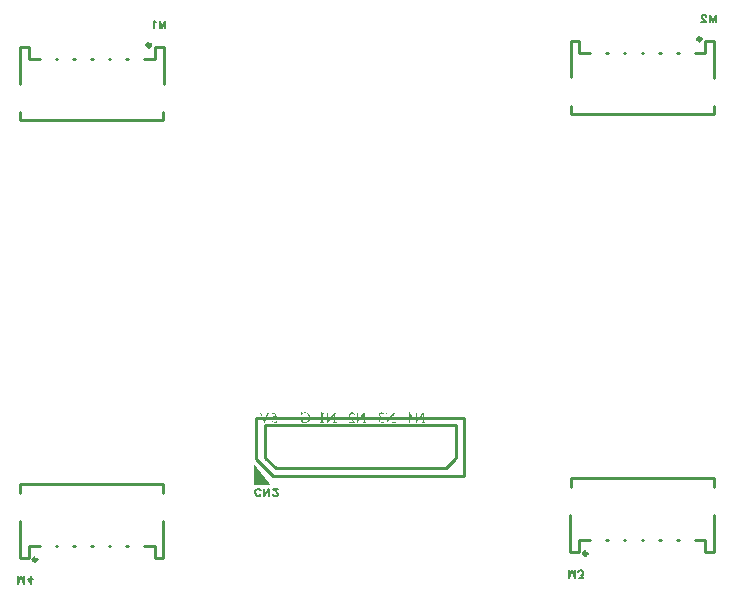
<source format=gbo>
G04 Layer: BottomSilkscreenLayer*
G04 EasyEDA Pro v1.6.32, 2023-12-29 17:47:12*
G04 Gerber Generator version 0.3*
G04 Scale: 100 percent, Rotated: No, Reflected: No*
G04 Dimensions in millimeters*
G04 Leading zeros omitted, absolute positions, 4 integers and 2 decimals*
%FSLAX42Y42*%
%MOMM*%
%ADD10C,0.1524*%
%ADD11C,0.254*%
%ADD12C,0.00508*%
%ADD13C,0.299999*%
G75*


G04 Text Start*
G04 //text: 5V*
G36*
G01X-823Y-253D02*
G01X-824Y-253D01*
G01X-825D01*
G01X-826D01*
G01Y-252D01*
G01Y-251D01*
G01X-827Y-250D01*
G01Y-249D01*
G01Y-248D01*
G01X-828D01*
G01Y-247D01*
G01Y-246D01*
G01Y-245D01*
G01X-829D01*
G01Y-244D01*
G01X-830Y-242D01*
G01Y-241D01*
G01X-831D01*
G01Y-240D01*
G01Y-239D01*
G01Y-238D01*
G01X-832D01*
G01Y-237D01*
G01Y-236D01*
G01X-833Y-235D01*
G01Y-234D01*
G01X-834Y-233D01*
G01Y-231D01*
G01X-835Y-229D01*
G01X-836Y-227D01*
G01Y-226D01*
G01X-837Y-225D01*
G01Y-224D01*
G01X-838Y-223D01*
G01Y-222D01*
G01Y-221D01*
G01X-839D01*
G01Y-220D01*
G01Y-219D01*
G01X-840D01*
G01Y-218D01*
G01Y-217D01*
G01Y-216D01*
G01X-841D01*
G01Y-215D01*
G01Y-214D01*
G01X-842Y-213D01*
G01Y-212D01*
G01Y-211D01*
G01X-843Y-210D01*
G01Y-209D01*
G01X-844D01*
G01Y-208D01*
G01Y-207D01*
G01X-845Y-206D01*
G01Y-205D01*
G01Y-204D01*
G01X-846Y-203D01*
G01Y-202D01*
G01X-847Y-201D01*
G01Y-199D01*
G01X-848Y-198D01*
G01Y-197D01*
G01X-849Y-196D01*
G01Y-195D01*
G01X-850Y-194D01*
G01Y-193D01*
G01Y-192D01*
G01X-851Y-191D01*
G01Y-190D01*
G01X-852Y-189D01*
G01Y-188D01*
G01Y-187D01*
G01X-853D01*
G01Y-186D01*
G01Y-185D01*
G01X-854Y-184D01*
G01Y-183D01*
G01Y-182D01*
G01X-855Y-181D01*
G01Y-180D01*
G01X-856Y-178D01*
G01X-857Y-177D01*
G01Y-176D01*
G01X-858Y-175D01*
G01Y-174D01*
G01X-859Y-173D01*
G01X-860Y-172D01*
G01Y-171D01*
G01X-861D01*
G01X-862Y-170D01*
G01X-863Y-169D01*
G01X-864D01*
G01Y-168D01*
G01X-865D01*
G01X-866D01*
G01X-867D01*
G01X-868Y-167D01*
G01Y-166D01*
G01Y-165D01*
G01X-867D01*
G01X-866D01*
G01X-854D01*
G01X-842D01*
G01Y-166D01*
G01Y-167D01*
G01X-843D01*
G01X-844Y-168D01*
G01X-845D01*
G01X-846D01*
G01X-847Y-169D01*
G01X-848D01*
G01X-849D01*
G01Y-170D01*
G01X-850D01*
G01Y-171D01*
G01Y-172D01*
G01X-851Y-173D01*
G01Y-174D01*
G01Y-175D01*
G01Y-176D01*
G01X-850Y-177D01*
G01Y-178D01*
G01Y-179D01*
G01X-849Y-180D01*
G01Y-181D01*
G01Y-182D01*
G01X-848Y-183D01*
G01Y-184D01*
G01Y-185D01*
G01X-847D01*
G01Y-186D01*
G01Y-187D01*
G01X-846Y-188D01*
G01Y-189D01*
G01X-845Y-190D01*
G01Y-192D01*
G01X-844D01*
G01Y-193D01*
G01Y-194D01*
G01X-843D01*
G01Y-196D01*
G01Y-197D01*
G01X-842D01*
G01Y-198D01*
G01Y-199D01*
G01X-841Y-200D01*
G01Y-201D01*
G01X-840Y-202D01*
G01Y-203D01*
G01Y-204D01*
G01X-839Y-205D01*
G01Y-206D01*
G01X-838Y-207D01*
G01Y-208D01*
G01Y-209D01*
G01X-837D01*
G01Y-210D01*
G01Y-211D01*
G01Y-212D01*
G01X-836D01*
G01Y-213D01*
G01Y-214D01*
G01X-835Y-215D01*
G01Y-216D01*
G01X-834Y-218D01*
G01Y-219D01*
G01X-833Y-220D01*
G01Y-221D01*
G01X-832Y-223D01*
G01X-831Y-225D01*
G01X-830Y-227D01*
G01Y-229D01*
G01X-829Y-230D01*
G01Y-231D01*
G01X-828D01*
G01Y-232D01*
G01X-827D01*
G01Y-231D01*
G01X-826Y-230D01*
G01Y-229D01*
G01X-825D01*
G01Y-227D01*
G01X-824Y-226D01*
G01Y-225D01*
G01Y-224D01*
G01X-823Y-223D01*
G01X-822Y-221D01*
G01Y-220D01*
G01X-821Y-219D01*
G01Y-218D01*
G01Y-217D01*
G01X-820Y-216D01*
G01Y-215D01*
G01X-819Y-214D01*
G01X-818Y-212D01*
G01Y-211D01*
G01X-817Y-210D01*
G01Y-209D01*
G01Y-208D01*
G01X-816Y-207D01*
G01Y-206D01*
G01X-815Y-205D01*
G01Y-203D01*
G01X-814Y-202D01*
G01Y-201D01*
G01X-813Y-200D01*
G01Y-199D01*
G01X-812D01*
G01Y-198D01*
G01Y-197D01*
G01X-811Y-196D01*
G01Y-195D01*
G01Y-194D01*
G01X-810Y-193D01*
G01X-809Y-191D01*
G01Y-190D01*
G01X-808Y-189D01*
G01Y-188D01*
G01Y-187D01*
G01X-807Y-186D01*
G01Y-185D01*
G01X-806Y-184D01*
G01Y-183D01*
G01X-805Y-182D01*
G01Y-181D01*
G01Y-180D01*
G01X-804D01*
G01Y-179D01*
G01Y-178D01*
G01Y-177D01*
G01X-803Y-176D01*
G01Y-175D01*
G01Y-173D01*
G01Y-172D01*
G01Y-171D01*
G01X-804Y-170D01*
G01Y-169D01*
G01X-805D01*
G01X-806D01*
G01X-809Y-168D01*
G01X-810D01*
G01X-811D01*
G01X-812Y-167D01*
G01Y-166D01*
G01Y-165D01*
G01X-809D01*
G01X-795D01*
G01X-777D01*
G01Y-166D01*
G01Y-167D01*
G01X-778D01*
G01X-779Y-168D01*
G01X-781D01*
G01X-782D01*
G01X-783Y-169D01*
G01X-784D01*
G01X-785D01*
G01Y-170D01*
G01X-786D01*
G01Y-171D01*
G01X-787D01*
G01X-788Y-173D01*
G01Y-174D01*
G01X-789D01*
G01Y-175D01*
G01Y-176D01*
G01X-790D01*
G01X-791Y-179D01*
G01Y-180D01*
G01X-792Y-181D01*
G01Y-182D01*
G01X-793Y-184D01*
G01X-794Y-186D01*
G01X-795Y-188D01*
G01Y-189D01*
G01X-796Y-190D01*
G01Y-192D01*
G01X-797D01*
G01Y-193D01*
G01Y-194D01*
G01X-798D01*
G01Y-195D01*
G01Y-196D01*
G01X-799Y-197D01*
G01Y-198D01*
G01X-800Y-199D01*
G01Y-200D01*
G01Y-201D01*
G01X-801Y-202D01*
G01X-802Y-204D01*
G01Y-205D01*
G01X-803Y-206D01*
G01Y-208D01*
G01X-804Y-209D01*
G01Y-210D01*
G01X-805Y-211D01*
G01Y-212D01*
G01X-806Y-214D01*
G01Y-215D01*
G01X-807D01*
G01Y-216D01*
G01X-808Y-217D01*
G01Y-218D01*
G01Y-220D01*
G01X-809D01*
G01Y-221D01*
G01Y-222D01*
G01X-810Y-223D01*
G01Y-224D01*
G01X-811D01*
G01Y-225D01*
G01Y-226D01*
G01X-812Y-227D01*
G01Y-229D01*
G01X-813D01*
G01Y-230D01*
G01Y-231D01*
G01X-814Y-232D01*
G01Y-233D01*
G01X-815Y-235D01*
G01Y-236D01*
G01X-816D01*
G01Y-238D01*
G01X-817D01*
G01Y-239D01*
G01Y-240D01*
G01X-818Y-241D01*
G01Y-242D01*
G01Y-243D01*
G01X-819Y-244D01*
G01Y-245D01*
G01X-820D01*
G01Y-247D01*
G01X-821Y-248D01*
G01Y-249D01*
G01Y-250D01*
G01X-822D01*
G01Y-251D01*
G01X-823Y-252D01*
G01Y-253D01*
G37*
G36*
G01X-727Y-252D02*
G01X-728Y-253D01*
G01X-730D01*
G01X-731D01*
G01X-733D01*
G01X-734Y-252D01*
G01X-735D01*
G01X-737D01*
G01X-738D01*
G01X-739D01*
G01X-740D01*
G01Y-251D01*
G01X-741D01*
G01X-742D01*
G01X-743D01*
G01X-744Y-250D01*
G01X-745D01*
G01X-746D01*
G01X-747Y-249D01*
G01X-749Y-248D01*
G01X-750D01*
G01X-751Y-247D01*
G01X-752Y-246D01*
G01X-753D01*
G01X-754Y-245D01*
G01X-755Y-244D01*
G01Y-243D01*
G01X-756D01*
G01X-757Y-242D01*
G01Y-241D01*
G01X-758D01*
G01Y-240D01*
G01X-759D01*
G01X-760Y-238D01*
G01X-761Y-237D01*
G01Y-236D01*
G01X-762Y-235D01*
G01X-763Y-233D01*
G01X-764Y-232D01*
G01Y-231D01*
G01Y-230D01*
G01X-765Y-229D01*
G01Y-228D01*
G01Y-227D01*
G01Y-226D01*
G01X-766Y-223D01*
G01Y-222D01*
G01Y-221D01*
G01Y-219D01*
G01Y-218D01*
G01Y-217D01*
G01Y-216D01*
G01X-765Y-214D01*
G01Y-212D01*
G01Y-211D01*
G01X-764Y-210D01*
G01Y-209D01*
G01Y-208D01*
G01X-763D01*
G01Y-206D01*
G01X-762D01*
G01Y-205D01*
G01X-761Y-204D01*
G01X-760Y-202D01*
G01X-759D01*
G01Y-201D01*
G01X-758D01*
G01Y-200D01*
G01X-757Y-199D01*
G01X-756Y-198D01*
G01X-755Y-197D01*
G01X-754D01*
G01Y-196D01*
G01X-753D01*
G01X-752Y-195D01*
G01X-751D01*
G01X-750Y-194D01*
G01X-748Y-193D01*
G01X-747Y-192D01*
G01X-746D01*
G01X-744Y-191D01*
G01X-739Y-189D01*
G01X-738D01*
G01X-737D01*
G01X-736Y-188D01*
G01X-735D01*
G01X-734D01*
G01X-732D01*
G01Y-187D01*
G01X-731D01*
G01Y-186D01*
G01X-732D01*
G01Y-185D01*
G01Y-184D01*
G01X-733D01*
G01Y-183D01*
G01Y-182D01*
G01X-734Y-181D01*
G01Y-180D01*
G01X-735Y-179D01*
G01X-736Y-178D01*
G01Y-177D01*
G01Y-176D01*
G01X-737D01*
G01X-745D01*
G01X-750D01*
G01X-762D01*
G01X-763Y-175D01*
G01Y-174D01*
G01Y-173D01*
G01X-764D01*
G01Y-172D01*
G01X-765Y-171D01*
G01Y-170D01*
G01X-766Y-169D01*
G01X-767Y-167D01*
G01Y-166D01*
G01Y-165D01*
G01X-766D01*
G01X-758D01*
G01X-752D01*
G01X-737D01*
G01X-736Y-166D01*
G01X-735Y-167D01*
G01Y-168D01*
G01Y-169D01*
G01X-734Y-170D01*
G01X-733Y-172D01*
G01X-732Y-173D01*
G01Y-174D01*
G01Y-175D01*
G01X-731Y-176D01*
G01Y-177D01*
G01X-730Y-178D01*
G01Y-179D01*
G01X-729D01*
G01Y-180D01*
G01Y-181D01*
G01X-728Y-182D01*
G01Y-183D01*
G01X-727Y-184D01*
G01Y-185D01*
G01X-726Y-187D01*
G01X-725Y-188D01*
G01X-724Y-190D01*
G01Y-191D01*
G01X-723Y-192D01*
G01Y-193D01*
G01X-722Y-194D01*
G01Y-195D01*
G01X-721Y-196D01*
G01Y-197D01*
G01Y-198D01*
G01X-720D01*
G01X-721D01*
G01Y-199D01*
G01X-722D01*
G01X-724D01*
G01X-725D01*
G01X-726D01*
G01X-727D01*
G01X-728D01*
G01X-729D01*
G01X-730Y-200D01*
G01X-732D01*
G01X-733D01*
G01X-734D01*
G01X-736Y-201D01*
G01X-737D01*
G01X-738D01*
G01X-739Y-202D01*
G01X-740D01*
G01X-741Y-203D01*
G01X-742D01*
G01X-743Y-204D01*
G01X-745Y-205D01*
G01X-746D01*
G01X-747Y-206D01*
G01X-748Y-207D01*
G01Y-208D01*
G01X-749D01*
G01X-750Y-209D01*
G01X-751Y-210D01*
G01X-752Y-211D01*
G01X-753Y-212D01*
G01Y-213D01*
G01X-754D01*
G01Y-214D01*
G01X-755Y-215D01*
G01Y-216D01*
G01X-756Y-218D01*
G01Y-219D01*
G01X-757Y-220D01*
G01Y-222D01*
G01Y-223D01*
G01Y-225D01*
G01X-758Y-226D01*
G01Y-227D01*
G01Y-228D01*
G01Y-229D01*
G01X-757Y-230D01*
G01Y-231D01*
G01Y-232D01*
G01Y-233D01*
G01X-756Y-235D01*
G01X-755Y-236D01*
G01Y-237D01*
G01X-754Y-239D01*
G01X-753D01*
G01Y-240D01*
G01X-752D01*
G01X-751Y-241D01*
G01Y-242D01*
G01X-750D01*
G01X-749Y-243D01*
G01X-748D01*
G01X-747Y-244D01*
G01X-746D01*
G01Y-245D01*
G01X-745D01*
G01X-743D01*
G01X-742D01*
G01X-741Y-246D01*
G01X-740D01*
G01X-739D01*
G01X-738D01*
G01X-737D01*
G01X-736D01*
G01X-735Y-245D01*
G01X-734D01*
G01X-733D01*
G01X-732Y-244D01*
G01X-731D01*
G01X-730Y-243D01*
G01X-728Y-242D01*
G01Y-241D01*
G01X-726D01*
G01X-725Y-240D01*
G01X-724D01*
G01X-722D01*
G01X-721D01*
G01X-720D01*
G01X-719Y-241D01*
G01X-718Y-242D01*
G01Y-243D01*
G01X-717Y-244D01*
G01Y-245D01*
G01X-718Y-246D01*
G01Y-247D01*
G01X-719Y-248D01*
G01X-720Y-249D01*
G01X-721Y-250D01*
G01X-722Y-251D01*
G01X-723D01*
G01X-724Y-252D01*
G01X-725D01*
G01X-727D01*
G37*
G04 //text: G*
G36*
G01X-480Y-253D02*
G01X-480Y-253D01*
G01X-482D01*
G01X-484D01*
G01X-488D01*
G01X-489D01*
G01X-490D01*
G01X-492D01*
G01X-493D01*
G01X-494D01*
G01Y-252D01*
G01X-495D01*
G01X-496D01*
G01X-497D01*
G01X-498D01*
G01Y-251D01*
G01X-500D01*
G01X-501D01*
G01X-502Y-250D01*
G01X-504D01*
G01X-505D01*
G01X-506Y-249D01*
G01X-507D01*
G01X-508Y-248D01*
G01X-509D01*
G01X-510Y-247D01*
G01X-511D01*
G01X-512D01*
G01Y-246D01*
G01X-513D01*
G01X-514Y-245D01*
G01Y-244D01*
G01Y-243D01*
G01Y-230D01*
G01Y-216D01*
G01Y-215D01*
G01Y-214D01*
G01X-515Y-212D01*
G01Y-211D01*
G01Y-210D01*
G01Y-209D01*
G01X-516D01*
G01X-518Y-207D01*
G01X-519D01*
G01X-520D01*
G01X-521D01*
G01X-523D01*
G01Y-206D01*
G01X-524D01*
G01Y-205D01*
G01Y-204D01*
G01X-523D01*
G01X-521D01*
G01X-506D01*
G01X-490D01*
G01Y-205D01*
G01Y-206D01*
G01X-491D01*
G01X-492D01*
G01X-494Y-207D01*
G01X-495D01*
G01X-496D01*
G01X-497D01*
G01Y-208D01*
G01X-498D01*
G01X-499D01*
G01Y-209D01*
G01X-500D01*
G01Y-210D01*
G01X-501Y-212D01*
G01Y-213D01*
G01Y-214D01*
G01Y-215D01*
G01X-502Y-229D01*
G01Y-244D01*
G01X-501D01*
G01X-500Y-245D01*
G01X-499D01*
G01X-498Y-246D01*
G01X-497D01*
G01X-496D01*
G01X-495Y-247D01*
G01X-493D01*
G01X-490Y-248D01*
G01X-489D01*
G01X-488D01*
G01X-486D01*
G01X-485D01*
G01X-484Y-249D01*
G01X-483D01*
G01X-482D01*
G01X-481Y-248D01*
G01X-480D01*
G01X-479D01*
G01X-478D01*
G01X-476Y-247D01*
G01X-474D01*
G01X-473Y-246D01*
G01X-472D01*
G01X-471D01*
G01X-470Y-245D01*
G01X-469Y-244D01*
G01X-467D01*
G01X-466Y-243D01*
G01X-465Y-241D01*
G01X-464D01*
G01Y-240D01*
G01X-463D01*
G01X-462Y-239D01*
G01X-458Y-234D01*
G01Y-233D01*
G01X-457Y-232D01*
G01Y-231D01*
G01X-456Y-230D01*
G01Y-229D01*
G01X-455Y-227D01*
G01X-454Y-226D01*
G01Y-225D01*
G01Y-224D01*
G01X-453Y-223D01*
G01Y-222D01*
G01Y-221D01*
G01Y-220D01*
G01X-452Y-219D01*
G01Y-218D01*
G01Y-217D01*
G01Y-215D01*
G01X-451Y-214D01*
G01Y-213D01*
G01Y-212D01*
G01Y-205D01*
G01Y-200D01*
G01Y-199D01*
G01Y-198D01*
G01Y-197D01*
G01X-452D01*
G01Y-196D01*
G01Y-195D01*
G01Y-194D01*
G01Y-193D01*
G01X-454Y-188D01*
G01Y-187D01*
G01X-455D01*
G01Y-186D01*
G01Y-185D01*
G01X-456D01*
G01Y-184D01*
G01Y-183D01*
G01X-457Y-182D01*
G01Y-181D01*
G01X-458D01*
G01Y-180D01*
G01X-459D01*
G01Y-178D01*
G01X-461Y-177D01*
G01Y-176D01*
G01X-462D01*
G01Y-175D01*
G01X-463Y-174D01*
G01X-464D01*
G01Y-173D01*
G01X-465D01*
G01X-466Y-172D01*
G01X-468Y-171D01*
G01X-469D01*
G01X-470Y-170D01*
G01X-472Y-169D01*
G01X-473D01*
G01X-474D01*
G01X-476Y-168D01*
G01X-477D01*
G01X-478D01*
G01X-479D01*
G01X-482D01*
G01X-483D01*
G01X-487D01*
G01X-488D01*
G01X-489D01*
G01X-491D01*
G01X-492Y-169D01*
G01X-494D01*
G01X-495D01*
G01X-496Y-170D01*
G01X-497Y-171D01*
G01X-499Y-172D01*
G01X-500D01*
G01X-501Y-173D01*
G01X-502Y-174D01*
G01X-503Y-175D01*
G01X-504Y-176D01*
G01Y-177D01*
G01X-505D01*
G01Y-178D01*
G01X-506Y-179D01*
G01X-507Y-181D01*
G01X-508Y-182D01*
G01Y-183D01*
G01X-509Y-184D01*
G01Y-185D01*
G01X-510Y-186D01*
G01Y-188D01*
G01X-511D01*
G01Y-189D01*
G01Y-190D01*
G01X-512D01*
G01X-513D01*
G01X-514Y-189D01*
G01Y-188D01*
G01X-513Y-187D01*
G01Y-184D01*
G01Y-183D01*
G01Y-182D01*
G01Y-181D01*
G01Y-179D01*
G01Y-178D01*
G01Y-176D01*
G01Y-175D01*
G01X-512Y-174D01*
G01Y-173D01*
G01Y-172D01*
G01Y-170D01*
G01Y-169D01*
G01Y-168D01*
G01Y-166D01*
G01Y-165D01*
G01Y-164D01*
G01X-511Y-163D01*
G01X-510D01*
G01X-509D01*
G01Y-164D01*
G01Y-165D01*
G01X-508Y-166D01*
G01Y-167D01*
G01X-507Y-168D01*
G01X-506D01*
G01X-505D01*
G01X-504D01*
G01X-503D01*
G01X-502Y-167D01*
G01X-500D01*
G01X-498Y-166D01*
G01X-497D01*
G01X-496Y-165D01*
G01X-495D01*
G01X-494D01*
G01X-492Y-164D01*
G01X-491D01*
G01X-490D01*
G01X-489Y-163D01*
G01X-488D01*
G01X-487D01*
G01X-486D01*
G01X-485D01*
G01X-484D01*
G01X-483D01*
G01X-482D01*
G01X-480D01*
G01X-479D01*
G01X-478D01*
G01X-474D01*
G01X-473D01*
G01X-471Y-164D01*
G01X-470D01*
G01X-468Y-165D01*
G01X-467D01*
G01X-466D01*
G01Y-166D01*
G01X-465D01*
G01X-464D01*
G01X-463Y-167D01*
G01X-461D01*
G01Y-168D01*
G01X-460D01*
G01X-458Y-169D01*
G01Y-170D01*
G01X-457D01*
G01X-456Y-171D01*
G01X-454Y-172D01*
G01Y-173D01*
G01X-453D01*
G01Y-174D01*
G01X-452D01*
G01X-451Y-175D01*
G01X-450Y-176D01*
G01X-449Y-177D01*
G01X-448Y-178D01*
G01X-446Y-180D01*
G01X-445Y-182D01*
G01Y-183D01*
G01X-444D01*
G01Y-184D01*
G01X-442Y-187D01*
G01X-441Y-188D01*
G01Y-189D01*
G01Y-190D01*
G01X-440Y-191D01*
G01Y-192D01*
G01X-439Y-193D01*
G01Y-194D01*
G01X-438Y-195D01*
G01Y-196D01*
G01Y-197D01*
G01Y-198D01*
G01X-437Y-199D01*
G01Y-200D01*
G01Y-201D01*
G01Y-202D01*
G01Y-203D01*
G01X-436Y-205D01*
G01Y-206D01*
G01Y-207D01*
G01Y-208D01*
G01Y-210D01*
G01Y-213D01*
G01Y-214D01*
G01Y-215D01*
G01X-437Y-217D01*
G01Y-218D01*
G01Y-219D01*
G01Y-220D01*
G01X-438Y-221D01*
G01Y-222D01*
G01Y-223D01*
G01Y-224D01*
G01X-439Y-225D01*
G01X-440Y-227D01*
G01Y-228D01*
G01Y-229D01*
G01X-441D01*
G01Y-231D01*
G01X-442D01*
G01Y-232D01*
G01X-443Y-233D01*
G01Y-234D01*
G01X-444D01*
G01Y-235D01*
G01X-445D01*
G01Y-236D01*
G01X-446Y-237D01*
G01Y-238D01*
G01X-447D01*
G01X-448Y-239D01*
G01Y-240D01*
G01X-449D01*
G01Y-241D01*
G01X-450D01*
G01Y-242D01*
G01X-451D01*
G01X-452Y-243D01*
G01X-453Y-244D01*
G01X-454Y-245D01*
G01X-456Y-246D01*
G01X-457D01*
G01Y-247D01*
G01X-461Y-248D01*
G01X-462Y-249D01*
G01X-464Y-250D01*
G01X-466Y-251D01*
G01X-467D01*
G01X-468D01*
G01X-470D01*
G01X-471Y-252D01*
G01X-472D01*
G01X-473D01*
G01X-474D01*
G01X-475D01*
G01X-476Y-253D01*
G01X-478D01*
G01X-479D01*
G01X-480D01*
G37*
G04 //text: N1*
G36*
G01X-288Y-252D02*
G01X-288Y-252D01*
G01X-289Y-253D01*
G01X-290D01*
G01Y-252D01*
G01X-291D01*
G01Y-251D01*
G01Y-214D01*
G01Y-177D01*
G01Y-176D01*
G01Y-175D01*
G01Y-174D01*
G01Y-173D01*
G01X-292Y-172D01*
G01Y-171D01*
G01Y-170D01*
G01X-293D01*
G01X-294Y-169D01*
G01X-295Y-168D01*
G01X-296D01*
G01X-297D01*
G01X-298D01*
G01X-299Y-167D01*
G01X-300D01*
G01X-301D01*
G01X-303D01*
G01Y-166D01*
G01Y-165D01*
G01X-302D01*
G01X-301D01*
G01X-287D01*
G01X-273D01*
G01Y-166D01*
G01Y-167D01*
G01X-274D01*
G01X-277D01*
G01X-278D01*
G01X-279Y-168D01*
G01X-280D01*
G01X-281D01*
G01X-282Y-169D01*
G01X-283D01*
G01X-284Y-170D01*
G01Y-171D01*
G01Y-172D01*
G01X-285Y-174D01*
G01Y-187D01*
G01Y-201D01*
G01Y-227D01*
G01Y-228D01*
G01X-284D01*
G01X-283Y-227D01*
G01Y-226D01*
G01X-282Y-225D01*
G01X-281Y-224D01*
G01X-280Y-223D01*
G01Y-222D01*
G01X-279D01*
G01X-278Y-221D01*
G01Y-220D01*
G01X-277D01*
G01Y-219D01*
G01X-276D01*
G01Y-218D01*
G01X-275Y-217D01*
G01Y-216D01*
G01X-274D01*
G01Y-215D01*
G01X-273D01*
G01Y-214D01*
G01X-272Y-213D01*
G01X-271Y-212D01*
G01Y-211D01*
G01X-270D01*
G01Y-210D01*
G01X-269D01*
G01Y-209D01*
G01X-268D01*
G01Y-208D01*
G01X-267Y-207D01*
G01X-266Y-206D01*
G01Y-205D01*
G01X-265D01*
G01Y-204D01*
G01X-264D01*
G01Y-203D01*
G01X-263Y-202D01*
G01X-262Y-201D01*
G01Y-200D01*
G01X-261D01*
G01Y-199D01*
G01X-260D01*
G01X-258Y-196D01*
G01X-257Y-195D01*
G01Y-194D01*
G01X-256D01*
G01Y-193D01*
G01X-255D01*
G01Y-192D01*
G01X-254Y-191D01*
G01X-253Y-190D01*
G01Y-189D01*
G01X-252Y-188D01*
G01X-251Y-187D01*
G01X-250D01*
G01Y-186D01*
G01X-249Y-185D01*
G01X-248Y-184D01*
G01Y-183D01*
G01X-247D01*
G01Y-182D01*
G01X-246D01*
G01Y-181D01*
G01X-245Y-180D01*
G01Y-179D01*
G01X-244D01*
G01Y-178D01*
G01X-243D01*
G01X-242Y-177D01*
G01Y-176D01*
G01X-241Y-175D01*
G01X-240Y-174D01*
G01Y-173D01*
G01X-239D01*
G01Y-172D01*
G01X-238D01*
G01Y-171D01*
G01X-237D01*
G01Y-170D01*
G01X-236D01*
G01Y-169D01*
G01X-235Y-168D01*
G01Y-167D01*
G01X-234D01*
G01Y-166D01*
G01X-233D01*
G01Y-165D01*
G01X-232D01*
G01X-230D01*
G01X-222D01*
G01X-212D01*
G01Y-168D01*
G01X-213D01*
G01X-214D01*
G01X-215D01*
G01X-216D01*
G01X-217Y-169D01*
G01X-218D01*
G01X-219D01*
G01X-220Y-170D01*
G01X-221D01*
G01Y-171D01*
G01X-222Y-172D01*
G01X-223D01*
G01Y-173D01*
G01X-224Y-174D01*
G01X-225Y-175D01*
G01X-226Y-176D01*
G01Y-177D01*
G01Y-205D01*
G01Y-209D01*
G01Y-241D01*
G01Y-242D01*
G01Y-243D01*
G01X-225Y-244D01*
G01Y-245D01*
G01Y-246D01*
G01X-224D01*
G01X-223Y-247D01*
G01X-222D01*
G01Y-248D01*
G01X-221D01*
G01X-220D01*
G01X-219D01*
G01X-218D01*
G01Y-249D01*
G01X-217D01*
G01X-216D01*
G01X-215D01*
G01X-214D01*
G01Y-250D01*
G01Y-251D01*
G01X-215D01*
G01X-216D01*
G01X-230D01*
G01X-244D01*
G01Y-249D01*
G01X-242D01*
G01X-240D01*
G01X-239D01*
G01X-238Y-248D01*
G01X-237D01*
G01X-236D01*
G01Y-247D01*
G01X-235D01*
G01X-234D01*
G01Y-246D01*
G01X-233D01*
G01Y-245D01*
G01Y-244D01*
G01Y-243D01*
G01X-232Y-242D01*
G01Y-241D01*
G01Y-239D01*
G01Y-237D01*
G01Y-236D01*
G01Y-231D01*
G01Y-209D01*
G01Y-186D01*
G01Y-185D01*
G01Y-184D01*
G01X-233D01*
G01Y-185D01*
G01X-234Y-186D01*
G01X-235D01*
G01Y-187D01*
G01Y-188D01*
G01X-236D01*
G01Y-189D01*
G01X-237D01*
G01Y-190D01*
G01X-238D01*
G01Y-191D01*
G01X-239Y-192D01*
G01X-240Y-193D01*
G01X-241Y-194D01*
G01X-242Y-196D01*
G01X-243Y-197D01*
G01X-244Y-198D01*
G01Y-199D01*
G01X-245D01*
G01Y-200D01*
G01X-246D01*
G01Y-201D01*
G01X-247D01*
G01Y-202D01*
G01X-248D01*
G01Y-203D01*
G01Y-204D01*
G01X-249D01*
G01Y-205D01*
G01X-250D01*
G01Y-206D01*
G01X-251D01*
G01Y-207D01*
G01X-252D01*
G01Y-208D01*
G01X-253D01*
G01Y-209D01*
G01X-254Y-210D01*
G01X-255Y-211D01*
G01Y-212D01*
G01X-256D01*
G01Y-213D01*
G01X-257Y-214D01*
G01X-258D01*
G01Y-215D01*
G01Y-216D01*
G01X-259D01*
G01Y-217D01*
G01X-260D01*
G01Y-218D01*
G01X-261Y-219D01*
G01X-262Y-220D01*
G01X-263Y-221D01*
G01X-264Y-222D01*
G01Y-223D01*
G01X-265D01*
G01Y-224D01*
G01X-266Y-225D01*
G01X-267D01*
G01Y-226D01*
G01Y-227D01*
G01X-268D01*
G01X-269Y-228D01*
G01Y-229D01*
G01X-270D01*
G01Y-230D01*
G01X-271Y-231D01*
G01X-272Y-232D01*
G01Y-233D01*
G01X-273D01*
G01Y-234D01*
G01X-274D01*
G01Y-235D01*
G01X-275Y-236D01*
G01X-276Y-237D01*
G01Y-238D01*
G01X-277D01*
G01Y-239D01*
G01X-278D01*
G01Y-240D01*
G01X-279D01*
G01Y-241D01*
G01X-280Y-242D01*
G01X-281Y-243D01*
G01Y-244D01*
G01X-282D01*
G01Y-245D01*
G01X-283D01*
G01Y-246D01*
G01X-284D01*
G01Y-247D01*
G01X-285Y-248D01*
G01Y-249D01*
G01X-286D01*
G01X-287Y-250D01*
G01Y-251D01*
G01X-288Y-252D01*
G37*
G36*
G01X-322Y-250D02*
G01X-322Y-251D01*
G01X-354D01*
G01Y-250D01*
G01Y-249D01*
G01X-353D01*
G01X-352D01*
G01X-351Y-248D01*
G01X-349D01*
G01X-348D01*
G01X-347D01*
G01X-346Y-247D01*
G01X-345D01*
G01Y-246D01*
G01X-344D01*
G01Y-245D01*
G01Y-244D01*
G01Y-243D01*
G01Y-203D01*
G01X-343Y-166D01*
G01Y-164D01*
G01Y-163D01*
G01X-342D01*
G01X-341D01*
G01X-340D01*
G01X-339Y-164D01*
G01X-338Y-165D01*
G01X-337D01*
G01X-336Y-166D01*
G01X-334D01*
G01Y-167D01*
G01X-333D01*
G01X-331Y-168D01*
G01X-330D01*
G01Y-169D01*
G01X-329D01*
G01X-328D01*
G01Y-170D01*
G01X-327D01*
G01X-325Y-171D01*
G01X-324D01*
G01X-322Y-172D01*
G01X-321Y-173D01*
G01Y-174D01*
G01X-320D01*
G01X-321D01*
G01Y-175D01*
G01X-322D01*
G01X-323D01*
G01X-324Y-174D01*
G01X-325D01*
G01X-326D01*
G01X-327D01*
G01X-328D01*
G01X-329D01*
G01X-330D01*
G01X-331Y-175D01*
G01Y-176D01*
G01X-332D01*
G01Y-177D01*
G01Y-178D01*
G01Y-179D01*
G01Y-180D01*
G01Y-181D01*
G01X-333Y-201D01*
G01Y-212D01*
G01X-332Y-243D01*
G01Y-244D01*
G01Y-245D01*
G01Y-246D01*
G01X-331D01*
G01Y-247D01*
G01X-330D01*
G01X-329Y-248D01*
G01X-328D01*
G01X-327D01*
G01X-326D01*
G01X-324D01*
G01X-322Y-249D01*
G01Y-250D01*
G37*
G04 //text: N2*
G36*
G01X-38Y-252D02*
G01X-38Y-252D01*
G01X-39Y-253D01*
G01X-40D01*
G01Y-252D01*
G01X-41D01*
G01Y-251D01*
G01Y-214D01*
G01Y-177D01*
G01Y-176D01*
G01Y-175D01*
G01Y-174D01*
G01Y-173D01*
G01X-42Y-172D01*
G01Y-171D01*
G01Y-170D01*
G01X-43D01*
G01X-44Y-169D01*
G01X-45Y-168D01*
G01X-46D01*
G01X-47D01*
G01X-48D01*
G01X-49Y-167D01*
G01X-50D01*
G01X-51D01*
G01X-53D01*
G01Y-166D01*
G01Y-165D01*
G01X-52D01*
G01X-51D01*
G01X-37D01*
G01X-23D01*
G01Y-166D01*
G01Y-167D01*
G01X-24D01*
G01X-27D01*
G01X-28D01*
G01X-29Y-168D01*
G01X-30D01*
G01X-31D01*
G01X-32Y-169D01*
G01X-33D01*
G01X-34Y-170D01*
G01Y-171D01*
G01Y-172D01*
G01X-35Y-174D01*
G01Y-187D01*
G01Y-201D01*
G01Y-227D01*
G01Y-228D01*
G01X-34D01*
G01X-33Y-227D01*
G01Y-226D01*
G01X-32Y-225D01*
G01X-31Y-224D01*
G01X-30Y-223D01*
G01Y-222D01*
G01X-29D01*
G01X-28Y-221D01*
G01Y-220D01*
G01X-27D01*
G01Y-219D01*
G01X-26D01*
G01Y-218D01*
G01X-25Y-217D01*
G01Y-216D01*
G01X-24D01*
G01Y-215D01*
G01X-23D01*
G01Y-214D01*
G01X-22Y-213D01*
G01X-21Y-212D01*
G01Y-211D01*
G01X-20D01*
G01Y-210D01*
G01X-19D01*
G01Y-209D01*
G01X-18D01*
G01Y-208D01*
G01X-17Y-207D01*
G01X-16Y-206D01*
G01Y-205D01*
G01X-15D01*
G01Y-204D01*
G01X-14D01*
G01Y-203D01*
G01X-13Y-202D01*
G01X-12Y-201D01*
G01Y-200D01*
G01X-11D01*
G01Y-199D01*
G01X-10D01*
G01X-8Y-196D01*
G01X-7Y-195D01*
G01Y-194D01*
G01X-6D01*
G01Y-193D01*
G01X-5D01*
G01Y-192D01*
G01X-4Y-191D01*
G01X-3Y-190D01*
G01Y-189D01*
G01X-2Y-188D01*
G01X-1Y-187D01*
G01X-0D01*
G01X0Y-186D01*
G01X1Y-185D01*
G01X2Y-184D01*
G01Y-183D01*
G01X3D01*
G01Y-182D01*
G01X4D01*
G01Y-181D01*
G01X5Y-180D01*
G01Y-179D01*
G01X6D01*
G01Y-178D01*
G01X7D01*
G01X8Y-177D01*
G01Y-176D01*
G01X9Y-175D01*
G01X10Y-174D01*
G01Y-173D01*
G01X11D01*
G01Y-172D01*
G01X12D01*
G01Y-171D01*
G01X13D01*
G01Y-170D01*
G01X14D01*
G01Y-169D01*
G01X15Y-168D01*
G01Y-167D01*
G01X16D01*
G01Y-166D01*
G01X17D01*
G01Y-165D01*
G01X18D01*
G01X20D01*
G01X28D01*
G01X38D01*
G01Y-168D01*
G01X37D01*
G01X36D01*
G01X35D01*
G01X34D01*
G01X33Y-169D01*
G01X32D01*
G01X31D01*
G01X30Y-170D01*
G01X29D01*
G01Y-171D01*
G01X28Y-172D01*
G01X27D01*
G01Y-173D01*
G01X26Y-174D01*
G01X25Y-175D01*
G01X24Y-176D01*
G01Y-177D01*
G01Y-205D01*
G01Y-209D01*
G01Y-241D01*
G01Y-242D01*
G01Y-243D01*
G01X25Y-244D01*
G01Y-245D01*
G01Y-246D01*
G01X26D01*
G01X27Y-247D01*
G01X28D01*
G01Y-248D01*
G01X29D01*
G01X30D01*
G01X31D01*
G01X32D01*
G01Y-249D01*
G01X33D01*
G01X34D01*
G01X35D01*
G01X36D01*
G01Y-250D01*
G01Y-251D01*
G01X35D01*
G01X34D01*
G01X20D01*
G01X6D01*
G01Y-249D01*
G01X8D01*
G01X10D01*
G01X11D01*
G01X12Y-248D01*
G01X13D01*
G01X14D01*
G01Y-247D01*
G01X15D01*
G01X16D01*
G01Y-246D01*
G01X17D01*
G01Y-245D01*
G01Y-244D01*
G01Y-243D01*
G01X18Y-242D01*
G01Y-241D01*
G01Y-239D01*
G01Y-237D01*
G01Y-236D01*
G01Y-231D01*
G01Y-209D01*
G01Y-186D01*
G01Y-185D01*
G01Y-184D01*
G01X17D01*
G01Y-185D01*
G01X16Y-186D01*
G01X15D01*
G01Y-187D01*
G01Y-188D01*
G01X14D01*
G01Y-189D01*
G01X13D01*
G01Y-190D01*
G01X12D01*
G01Y-191D01*
G01X11Y-192D01*
G01X10Y-193D01*
G01X9Y-194D01*
G01X8Y-196D01*
G01X7Y-197D01*
G01X6Y-198D01*
G01Y-199D01*
G01X5D01*
G01Y-200D01*
G01X4D01*
G01Y-201D01*
G01X3D01*
G01Y-202D01*
G01X2D01*
G01Y-203D01*
G01Y-204D01*
G01X1D01*
G01Y-205D01*
G01X-0D01*
G01Y-206D01*
G01X-1D01*
G01Y-207D01*
G01X-2D01*
G01Y-208D01*
G01X-3D01*
G01Y-209D01*
G01X-4Y-210D01*
G01X-5Y-211D01*
G01Y-212D01*
G01X-6D01*
G01Y-213D01*
G01X-7Y-214D01*
G01X-8D01*
G01Y-215D01*
G01Y-216D01*
G01X-9D01*
G01Y-217D01*
G01X-10D01*
G01Y-218D01*
G01X-11Y-219D01*
G01X-12Y-220D01*
G01X-13Y-221D01*
G01X-14Y-222D01*
G01Y-223D01*
G01X-15D01*
G01Y-224D01*
G01X-16Y-225D01*
G01X-17D01*
G01Y-226D01*
G01Y-227D01*
G01X-18D01*
G01X-19Y-228D01*
G01Y-229D01*
G01X-20D01*
G01Y-230D01*
G01X-21Y-231D01*
G01X-22Y-232D01*
G01Y-233D01*
G01X-23D01*
G01Y-234D01*
G01X-24D01*
G01Y-235D01*
G01X-25Y-236D01*
G01X-26Y-237D01*
G01Y-238D01*
G01X-27D01*
G01Y-239D01*
G01X-28D01*
G01Y-240D01*
G01X-29D01*
G01Y-241D01*
G01X-30Y-242D01*
G01X-31Y-243D01*
G01Y-244D01*
G01X-32D01*
G01Y-245D01*
G01X-33D01*
G01Y-246D01*
G01X-34D01*
G01Y-247D01*
G01X-35Y-248D01*
G01Y-249D01*
G01X-36D01*
G01X-37Y-250D01*
G01Y-251D01*
G01X-38Y-252D01*
G37*
G36*
G01X-58Y-250D02*
G01X-58Y-251D01*
G01X-109D01*
G01Y-250D01*
G01Y-249D01*
G01X-110Y-248D01*
G01Y-247D01*
G01Y-246D01*
G01Y-245D01*
G01X-111D01*
G01Y-244D01*
G01Y-243D01*
G01X-112Y-242D01*
G01Y-241D01*
G01Y-240D01*
G01X-113Y-238D01*
G01X-114Y-237D01*
G01Y-235D01*
G01Y-234D01*
G01X-113D01*
G01X-112D01*
G01Y-235D01*
G01X-111Y-236D01*
G01X-110Y-237D01*
G01Y-238D01*
G01X-109D01*
G01Y-239D01*
G01X-108D01*
G01X-107Y-240D01*
G01X-106D01*
G01X-105D01*
G01X-104Y-241D01*
G01X-103D01*
G01X-102D01*
G01X-101D01*
G01X-86D01*
G01X-75D01*
G01X-74D01*
G01X-73D01*
G01X-72D01*
G01X-73Y-240D01*
G01X-74Y-239D01*
G01X-75Y-238D01*
G01X-76Y-237D01*
G01X-77Y-236D01*
G01Y-235D01*
G01X-78D01*
G01X-79Y-234D01*
G01Y-233D01*
G01X-80D01*
G01X-81Y-232D01*
G01X-82Y-231D01*
G01Y-230D01*
G01X-83Y-229D01*
G01X-84Y-228D01*
G01X-85Y-227D01*
G01X-86Y-226D01*
G01X-87Y-225D01*
G01X-88Y-224D01*
G01Y-223D01*
G01X-89D01*
G01Y-222D01*
G01X-90D01*
G01Y-221D01*
G01X-91Y-220D01*
G01X-92D01*
G01Y-219D01*
G01X-93D01*
G01Y-218D01*
G01X-94Y-217D01*
G01Y-216D01*
G01X-95D01*
G01X-96Y-215D01*
G01Y-214D01*
G01X-97D01*
G01Y-213D01*
G01X-98Y-212D01*
G01X-99Y-211D01*
G01X-101Y-208D01*
G01Y-207D01*
G01X-102Y-206D01*
G01X-104Y-204D01*
G01Y-202D01*
G01X-105Y-201D01*
G01X-106Y-200D01*
G01Y-199D01*
G01Y-198D01*
G01X-107Y-197D01*
G01Y-196D01*
G01X-108Y-194D01*
G01Y-193D01*
G01Y-192D01*
G01X-109D01*
G01Y-191D01*
G01Y-190D01*
G01Y-189D01*
G01Y-188D01*
G01Y-187D01*
G01Y-185D01*
G01Y-184D01*
G01Y-183D01*
G01Y-182D01*
G01Y-180D01*
G01X-108Y-178D01*
G01Y-177D01*
G01X-107D01*
G01Y-176D01*
G01X-106Y-175D01*
G01X-105Y-174D01*
G01Y-173D01*
G01X-104Y-172D01*
G01X-103Y-171D01*
G01X-102Y-170D01*
G01Y-169D01*
G01X-101D01*
G01X-100D01*
G01Y-168D01*
G01X-99Y-167D01*
G01X-98D01*
G01X-97Y-166D01*
G01X-96D01*
G01X-95Y-165D01*
G01X-94D01*
G01X-93Y-164D01*
G01X-92D01*
G01X-91D01*
G01X-90D01*
G01X-89D01*
G01X-88Y-163D01*
G01X-87D01*
G01X-84D01*
G01X-82D01*
G01X-81D01*
G01X-80Y-164D01*
G01X-78D01*
G01X-75Y-165D01*
G01X-74D01*
G01X-73Y-166D01*
G01X-72Y-167D01*
G01X-71D01*
G01Y-168D01*
G01X-69Y-169D01*
G01X-68D01*
G01Y-170D01*
G01X-67D01*
G01Y-171D01*
G01X-66Y-172D01*
G01X-65Y-173D01*
G01Y-174D01*
G01Y-175D01*
G01X-64D01*
G01Y-176D01*
G01X-63Y-177D01*
G01Y-178D01*
G01X-62D01*
G01Y-179D01*
G01Y-180D01*
G01Y-181D01*
G01X-61D01*
G01Y-182D01*
G01Y-183D01*
G01Y-185D01*
G01Y-187D01*
G01X-60D01*
G01X-61Y-188D01*
G01X-62D01*
G01Y-187D01*
G01X-63D01*
G01Y-186D01*
G01X-64Y-185D01*
G01Y-184D01*
G01X-65Y-183D01*
G01Y-182D01*
G01X-66Y-181D01*
G01Y-180D01*
G01X-67Y-179D01*
G01X-68D01*
G01Y-178D01*
G01X-69D01*
G01Y-177D01*
G01X-70D01*
G01X-72Y-175D01*
G01X-73D01*
G01X-75Y-174D01*
G01X-76D01*
G01X-77D01*
G01Y-173D01*
G01X-78D01*
G01X-79D01*
G01X-80D01*
G01X-82D01*
G01X-84D01*
G01X-85D01*
G01X-87Y-174D01*
G01X-88D01*
G01Y-175D01*
G01X-91Y-176D01*
G01X-92Y-177D01*
G01X-93D01*
G01Y-178D01*
G01X-94Y-179D01*
G01Y-180D01*
G01X-95D01*
G01Y-181D01*
G01X-96D01*
G01Y-182D01*
G01X-97Y-183D01*
G01Y-184D01*
G01Y-185D01*
G01X-98Y-187D01*
G01Y-189D01*
G01Y-191D01*
G01Y-192D01*
G01Y-193D01*
G01Y-195D01*
G01Y-196D01*
G01Y-197D01*
G01Y-198D01*
G01X-97Y-201D01*
G01X-96Y-202D01*
G01Y-203D01*
G01Y-204D01*
G01X-95D01*
G01Y-205D01*
G01Y-206D01*
G01X-94Y-207D01*
G01Y-208D01*
G01X-93Y-209D01*
G01Y-210D01*
G01X-92Y-211D01*
G01Y-212D01*
G01X-91Y-213D01*
G01X-90Y-215D01*
G01X-89Y-216D01*
G01X-88Y-217D01*
G01X-87Y-218D01*
G01X-83Y-223D01*
G01Y-224D01*
G01X-82D01*
G01X-81Y-225D01*
G01Y-226D01*
G01X-80D01*
G01Y-227D01*
G01X-79D01*
G01Y-228D01*
G01X-78Y-229D01*
G01X-77D01*
G01Y-230D01*
G01X-76Y-231D01*
G01X-75D01*
G01Y-232D01*
G01X-74Y-233D01*
G01X-73Y-234D01*
G01X-72Y-235D01*
G01X-71Y-236D01*
G01X-70Y-237D01*
G01X-69Y-238D01*
G01X-68Y-239D01*
G01X-67Y-240D01*
G01X-66Y-241D01*
G01X-65D01*
G01Y-242D01*
G01X-64Y-243D01*
G01X-63D01*
G01Y-244D01*
G01X-62Y-245D01*
G01X-61D01*
G01Y-246D01*
G01X-60D01*
G01X-59Y-247D01*
G01Y-248D01*
G01X-58D01*
G01Y-249D01*
G01Y-250D01*
G37*
G04 //text: N3*
G36*
G01X212Y-252D02*
G01X212Y-252D01*
G01X211Y-253D01*
G01X210D01*
G01Y-252D01*
G01X209D01*
G01Y-251D01*
G01Y-214D01*
G01Y-177D01*
G01Y-176D01*
G01Y-175D01*
G01Y-174D01*
G01Y-173D01*
G01X208Y-172D01*
G01Y-171D01*
G01Y-170D01*
G01X207D01*
G01X206Y-169D01*
G01X205Y-168D01*
G01X204D01*
G01X203D01*
G01X202D01*
G01X201Y-167D01*
G01X200D01*
G01X199D01*
G01X197D01*
G01Y-166D01*
G01Y-165D01*
G01X198D01*
G01X199D01*
G01X213D01*
G01X227D01*
G01Y-166D01*
G01Y-167D01*
G01X226D01*
G01X223D01*
G01X222D01*
G01X221Y-168D01*
G01X220D01*
G01X219D01*
G01X218Y-169D01*
G01X217D01*
G01X216Y-170D01*
G01Y-171D01*
G01Y-172D01*
G01X215Y-174D01*
G01Y-187D01*
G01Y-201D01*
G01Y-227D01*
G01Y-228D01*
G01X216D01*
G01X217Y-227D01*
G01Y-226D01*
G01X218Y-225D01*
G01X219Y-224D01*
G01X220Y-223D01*
G01Y-222D01*
G01X221D01*
G01X222Y-221D01*
G01Y-220D01*
G01X223D01*
G01Y-219D01*
G01X224D01*
G01Y-218D01*
G01X225Y-217D01*
G01Y-216D01*
G01X226D01*
G01Y-215D01*
G01X227D01*
G01Y-214D01*
G01X228Y-213D01*
G01X229Y-212D01*
G01Y-211D01*
G01X230D01*
G01Y-210D01*
G01X231D01*
G01Y-209D01*
G01X232D01*
G01Y-208D01*
G01X233Y-207D01*
G01X234Y-206D01*
G01Y-205D01*
G01X235D01*
G01Y-204D01*
G01X236D01*
G01Y-203D01*
G01X237Y-202D01*
G01X238Y-201D01*
G01Y-200D01*
G01X239D01*
G01Y-199D01*
G01X240D01*
G01X242Y-196D01*
G01X243Y-195D01*
G01Y-194D01*
G01X244D01*
G01Y-193D01*
G01X245D01*
G01Y-192D01*
G01X246Y-191D01*
G01X247Y-190D01*
G01Y-189D01*
G01X248Y-188D01*
G01X249Y-187D01*
G01X250D01*
G01Y-186D01*
G01X251Y-185D01*
G01X252Y-184D01*
G01Y-183D01*
G01X253D01*
G01Y-182D01*
G01X254D01*
G01Y-181D01*
G01X255Y-180D01*
G01Y-179D01*
G01X256D01*
G01Y-178D01*
G01X257D01*
G01X258Y-177D01*
G01Y-176D01*
G01X259Y-175D01*
G01X260Y-174D01*
G01Y-173D01*
G01X261D01*
G01Y-172D01*
G01X262D01*
G01Y-171D01*
G01X263D01*
G01Y-170D01*
G01X264D01*
G01Y-169D01*
G01X265Y-168D01*
G01Y-167D01*
G01X266D01*
G01Y-166D01*
G01X267D01*
G01Y-165D01*
G01X268D01*
G01X270D01*
G01X278D01*
G01X288D01*
G01Y-168D01*
G01X287D01*
G01X286D01*
G01X285D01*
G01X284D01*
G01X283Y-169D01*
G01X282D01*
G01X281D01*
G01X280Y-170D01*
G01X279D01*
G01Y-171D01*
G01X278Y-172D01*
G01X277D01*
G01Y-173D01*
G01X276Y-174D01*
G01X275Y-175D01*
G01X274Y-176D01*
G01Y-177D01*
G01Y-205D01*
G01Y-209D01*
G01Y-241D01*
G01Y-242D01*
G01Y-243D01*
G01X275Y-244D01*
G01Y-245D01*
G01Y-246D01*
G01X276D01*
G01X277Y-247D01*
G01X278D01*
G01Y-248D01*
G01X279D01*
G01X280D01*
G01X281D01*
G01X282D01*
G01Y-249D01*
G01X283D01*
G01X284D01*
G01X285D01*
G01X286D01*
G01Y-250D01*
G01Y-251D01*
G01X285D01*
G01X284D01*
G01X270D01*
G01X256D01*
G01Y-249D01*
G01X258D01*
G01X260D01*
G01X261D01*
G01X262Y-248D01*
G01X263D01*
G01X264D01*
G01Y-247D01*
G01X265D01*
G01X266D01*
G01Y-246D01*
G01X267D01*
G01Y-245D01*
G01Y-244D01*
G01Y-243D01*
G01X268Y-242D01*
G01Y-241D01*
G01Y-239D01*
G01Y-237D01*
G01Y-236D01*
G01Y-231D01*
G01Y-209D01*
G01Y-186D01*
G01Y-185D01*
G01Y-184D01*
G01X267D01*
G01Y-185D01*
G01X266Y-186D01*
G01X265D01*
G01Y-187D01*
G01Y-188D01*
G01X264D01*
G01Y-189D01*
G01X263D01*
G01Y-190D01*
G01X262D01*
G01Y-191D01*
G01X261Y-192D01*
G01X260Y-193D01*
G01X259Y-194D01*
G01X258Y-196D01*
G01X257Y-197D01*
G01X256Y-198D01*
G01Y-199D01*
G01X255D01*
G01Y-200D01*
G01X254D01*
G01Y-201D01*
G01X253D01*
G01Y-202D01*
G01X252D01*
G01Y-203D01*
G01Y-204D01*
G01X251D01*
G01Y-205D01*
G01X250D01*
G01Y-206D01*
G01X249D01*
G01Y-207D01*
G01X248D01*
G01Y-208D01*
G01X247D01*
G01Y-209D01*
G01X246Y-210D01*
G01X245Y-211D01*
G01Y-212D01*
G01X244D01*
G01Y-213D01*
G01X243Y-214D01*
G01X242D01*
G01Y-215D01*
G01Y-216D01*
G01X241D01*
G01Y-217D01*
G01X240D01*
G01Y-218D01*
G01X239Y-219D01*
G01X238Y-220D01*
G01X237Y-221D01*
G01X236Y-222D01*
G01Y-223D01*
G01X235D01*
G01Y-224D01*
G01X234Y-225D01*
G01X233D01*
G01Y-226D01*
G01Y-227D01*
G01X232D01*
G01X231Y-228D01*
G01Y-229D01*
G01X230D01*
G01Y-230D01*
G01X229Y-231D01*
G01X228Y-232D01*
G01Y-233D01*
G01X227D01*
G01Y-234D01*
G01X226D01*
G01Y-235D01*
G01X225Y-236D01*
G01X224Y-237D01*
G01Y-238D01*
G01X223D01*
G01Y-239D01*
G01X222D01*
G01Y-240D01*
G01X221D01*
G01Y-241D01*
G01X220Y-242D01*
G01X219Y-243D01*
G01Y-244D01*
G01X218D01*
G01Y-245D01*
G01X217D01*
G01Y-246D01*
G01X216D01*
G01Y-247D01*
G01X215Y-248D01*
G01Y-249D01*
G01X214D01*
G01X213Y-250D01*
G01Y-251D01*
G01X212Y-252D01*
G37*
G36*
G01X179Y-252D02*
G01X179Y-253D01*
G01X177D01*
G01X175D01*
G01X171D01*
G01X170Y-252D01*
G01X169D01*
G01X167D01*
G01X166D01*
G01X165D01*
G01Y-251D01*
G01X164D01*
G01X163D01*
G01X161D01*
G01X160Y-250D01*
G01X158Y-249D01*
G01X157D01*
G01X156Y-248D01*
G01X154Y-247D01*
G01X153Y-246D01*
G01X152D01*
G01X151Y-245D01*
G01X150Y-244D01*
G01X149D01*
G01Y-243D01*
G01Y-242D01*
G01X148D01*
G01X147Y-241D01*
G01X146Y-239D01*
G01X145Y-238D01*
G01Y-237D01*
G01X144Y-236D01*
G01Y-235D01*
G01Y-234D01*
G01X143D01*
G01Y-233D01*
G01X142Y-231D01*
G01Y-229D01*
G01X141Y-228D01*
G01Y-227D01*
G01Y-226D01*
G01Y-222D01*
G01Y-219D01*
G01Y-218D01*
G01Y-217D01*
G01X142Y-215D01*
G01Y-214D01*
G01X143Y-213D01*
G01Y-212D01*
G01X144Y-211D01*
G01Y-210D01*
G01X145Y-209D01*
G01Y-208D01*
G01X146Y-207D01*
G01X147D01*
G01X148Y-206D01*
G01X149Y-205D01*
G01X150Y-204D01*
G01X151Y-203D01*
G01X152D01*
G01X153Y-202D01*
G01X154D01*
G01X155Y-201D01*
G01X156D01*
G01Y-200D01*
G01Y-199D01*
G01X155Y-198D01*
G01X154D01*
G01X153Y-196D01*
G01X152D01*
G01Y-195D01*
G01X150Y-193D01*
G01X149Y-192D01*
G01X148Y-190D01*
G01Y-189D01*
G01X147Y-188D01*
G01Y-187D01*
G01X146D01*
G01Y-186D01*
G01Y-185D01*
G01Y-184D01*
G01X145Y-183D01*
G01Y-182D01*
G01Y-181D01*
G01Y-180D01*
G01Y-179D01*
G01X146Y-177D01*
G01Y-176D01*
G01Y-175D01*
G01X147Y-174D01*
G01Y-173D01*
G01Y-172D01*
G01X148D01*
G01Y-171D01*
G01X149D01*
G01Y-170D01*
G01X150D01*
G01Y-169D01*
G01X151Y-168D01*
G01X153Y-166D01*
G01X154D01*
G01X155Y-165D01*
G01X156D01*
G01X157D01*
G01X161Y-163D01*
G01X162D01*
G01X166D01*
G01X168D01*
G01X169D01*
G01X170D01*
G01Y-164D01*
G01X171D01*
G01X172D01*
G01X173D01*
G01X174D01*
G01Y-165D01*
G01X175D01*
G01X176Y-166D01*
G01X177D01*
G01X178Y-167D01*
G01X179Y-168D01*
G01X180D01*
G01Y-169D01*
G01X181Y-170D01*
G01X182D01*
G01Y-171D01*
G01X183Y-172D01*
G01X184D01*
G01Y-173D01*
G01Y-174D01*
G01X186Y-176D01*
G01X187Y-177D01*
G01X188Y-179D01*
G01Y-180D01*
G01Y-181D01*
G01Y-182D01*
G01X187D01*
G01X186D01*
G01Y-181D01*
G01X185D01*
G01Y-180D01*
G01X184D01*
G01Y-179D01*
G01X183Y-178D01*
G01X182Y-177D01*
G01X181Y-176D01*
G01X180D01*
G01Y-175D01*
G01X179D01*
G01Y-174D01*
G01X178D01*
G01X177Y-173D01*
G01X175D01*
G01X174D01*
G01X173Y-172D01*
G01X172D01*
G01X170D01*
G01X169D01*
G01X167D01*
G01X166D01*
G01X165Y-173D01*
G01X164D01*
G01X163D01*
G01Y-174D01*
G01X162D01*
G01X161D01*
G01Y-175D01*
G01X160D01*
G01Y-176D01*
G01X159Y-177D01*
G01X158Y-178D01*
G01Y-179D01*
G01X157Y-180D01*
G01Y-181D01*
G01X156Y-182D01*
G01Y-183D01*
G01Y-184D01*
G01Y-185D01*
G01Y-187D01*
G01Y-190D01*
G01Y-191D01*
G01Y-192D01*
G01X157Y-193D01*
G01Y-194D01*
G01X158Y-195D01*
G01Y-196D01*
G01X160Y-198D01*
G01Y-199D01*
G01X161D01*
G01Y-200D01*
G01X162D01*
G01Y-201D01*
G01X163D01*
G01X164Y-202D01*
G01X165D01*
G01Y-203D01*
G01X166D01*
G01X167D01*
G01Y-204D01*
G01X168D01*
G01X169D01*
G01X170Y-205D01*
G01X171D01*
G01X172D01*
G01X173Y-206D01*
G01X174D01*
G01X175D01*
G01Y-207D01*
G01Y-208D01*
G01X174D01*
G01X172D01*
G01X170Y-209D01*
G01X169D01*
G01X168D01*
G01X166D01*
G01X164Y-210D01*
G01X163D01*
G01Y-211D01*
G01X162D01*
G01X161Y-212D01*
G01X160D01*
G01X158Y-213D01*
G01Y-214D01*
G01X157D01*
G01X156Y-215D01*
G01X155Y-216D01*
G01Y-217D01*
G01X154D01*
G01Y-218D01*
G01X153Y-219D01*
G01Y-220D01*
G01X152Y-221D01*
G01Y-222D01*
G01Y-223D01*
G01X151Y-224D01*
G01Y-227D01*
G01Y-228D01*
G01Y-229D01*
G01Y-231D01*
G01Y-233D01*
G01Y-234D01*
G01Y-236D01*
G01X152Y-237D01*
G01Y-238D01*
G01X153Y-240D01*
G01X154D01*
G01Y-241D01*
G01X155Y-242D01*
G01X156Y-243D01*
G01X157Y-244D01*
G01X158D01*
G01X159Y-245D01*
G01X160D01*
G01Y-246D01*
G01X162D01*
G01X163Y-247D01*
G01X164D01*
G01X165D01*
G01X166D01*
G01X167D01*
G01X168D01*
G01X170D01*
G01X171Y-246D01*
G01X174D01*
G01Y-245D01*
G01X175D01*
G01X176D01*
G01Y-244D01*
G01X177D01*
G01X178Y-243D01*
G01X179D01*
G01X181Y-242D01*
G01X182Y-241D01*
G01X183D01*
G01X184D01*
G01X185D01*
G01X186D01*
G01X187D01*
G01Y-242D01*
G01X188D01*
G01Y-243D01*
G01X189D01*
G01Y-244D01*
G01X190Y-245D01*
G01Y-246D01*
G01Y-247D01*
G01X189Y-248D01*
G01Y-249D01*
G01X188D01*
G01X187Y-250D01*
G01X186D01*
G01Y-251D01*
G01X185D01*
G01X184D01*
G01X182Y-252D01*
G01X181D01*
G01X180D01*
G01X179D01*
G37*
G04 //text: N4*
G36*
G01X396Y-163D02*
G01X396Y-202D01*
G01Y-218D01*
G01Y-219D01*
G01X407D01*
G01Y-199D01*
G01Y-180D01*
G01Y-179D01*
G01Y-178D01*
G01X408D01*
G01Y-179D01*
G01X409D01*
G01X410Y-181D01*
G01X411Y-182D01*
G01X412Y-184D01*
G01X413Y-185D01*
G01Y-186D01*
G01X414D01*
G01X415Y-188D01*
G01Y-189D01*
G01X416Y-190D01*
G01X417Y-192D01*
G01X418D01*
G01Y-193D01*
G01X419Y-195D01*
G01X420D01*
G01X423Y-200D01*
G01X424Y-201D01*
G01X425Y-203D01*
G01X426Y-204D01*
G01X427Y-205D01*
G01X428Y-206D01*
G01Y-207D01*
G01X429Y-208D01*
G01X430Y-209D01*
G01X431Y-211D01*
G01X432Y-212D01*
G01X433Y-214D01*
G01X435Y-216D01*
G01Y-217D01*
G01X436D01*
G01Y-218D01*
G01Y-219D01*
G01X421D01*
G01X407D01*
G01X396D01*
G01X391D01*
G01X387D01*
G01X386D01*
G01X384Y-220D01*
G01Y-224D01*
G01Y-226D01*
G01X385Y-227D01*
G01Y-228D01*
G01X389D01*
G01X394D01*
G01X395D01*
G01X396Y-229D01*
G01Y-251D01*
G01X401D01*
G01X404D01*
G01X406D01*
G01X407D01*
G01Y-250D01*
G01Y-239D01*
G01Y-228D01*
G01X443D01*
G01Y-224D01*
G01Y-222D01*
G01Y-221D01*
G01Y-220D01*
G01X442Y-219D01*
G01Y-218D01*
G01X441Y-217D01*
G01X439Y-215D01*
G01X438Y-213D01*
G01X437Y-212D01*
G01X436Y-210D01*
G01Y-209D01*
G01X435Y-208D01*
G01X434Y-207D01*
G01X433Y-206D01*
G01X432Y-204D01*
G01X431Y-203D01*
G01X430Y-202D01*
G01Y-201D01*
G01X429Y-200D01*
G01X428Y-199D01*
G01Y-198D01*
G01X427D01*
G01X426Y-196D01*
G01X425Y-195D01*
G01X424Y-194D01*
G01X423Y-192D01*
G01Y-191D01*
G01X422Y-190D01*
G01Y-189D01*
G01X421D01*
G01Y-188D01*
G01X420Y-187D01*
G01X419Y-186D01*
G01X418Y-184D01*
G01X417Y-183D01*
G01X416Y-182D01*
G01X415Y-180D01*
G01X414Y-179D01*
G01X413Y-178D01*
G01X412Y-176D01*
G01Y-175D01*
G01X411Y-174D01*
G01X410Y-173D01*
G01X409Y-172D01*
G01Y-171D01*
G01X408Y-170D01*
G01X407Y-169D01*
G01X405Y-166D01*
G01X404Y-165D01*
G01Y-164D01*
G01X403D01*
G01Y-163D01*
G01X402D01*
G01X401D01*
G01X400D01*
G37*
G36*
G01X463Y-165D02*
G01X449Y-165D01*
G01X448D01*
G01X447D01*
G01Y-166D01*
G01Y-167D01*
G01X449D01*
G01X450D01*
G01X451D01*
G01X452D01*
G01X453Y-168D01*
G01X454D01*
G01X455D01*
G01X456Y-169D01*
G01X457Y-170D01*
G01X458D01*
G01Y-171D01*
G01Y-172D01*
G01X459Y-173D01*
G01Y-174D01*
G01Y-175D01*
G01Y-176D01*
G01Y-177D01*
G01Y-214D01*
G01Y-251D01*
G01Y-252D01*
G01X460D01*
G01Y-253D01*
G01X461D01*
G01X462Y-252D01*
G01X463Y-251D01*
G01Y-250D01*
G01X464Y-249D01*
G01X465D01*
G01Y-248D01*
G01X466Y-247D01*
G01Y-246D01*
G01X467D01*
G01Y-245D01*
G01X468D01*
G01Y-244D01*
G01X469D01*
G01Y-243D01*
G01X470Y-242D01*
G01X471Y-241D01*
G01Y-240D01*
G01X472D01*
G01X473Y-239D01*
G01Y-238D01*
G01X474D01*
G01Y-237D01*
G01X475Y-236D01*
G01X476Y-235D01*
G01Y-234D01*
G01X477D01*
G01Y-233D01*
G01X478D01*
G01Y-232D01*
G01X479Y-231D01*
G01X480Y-230D01*
G01Y-229D01*
G01X481D01*
G01Y-228D01*
G01X482Y-227D01*
G01X483D01*
G01Y-226D01*
G01Y-225D01*
G01X484D01*
G01X485Y-224D01*
G01Y-223D01*
G01X486D01*
G01Y-222D01*
G01X487Y-221D01*
G01X488Y-220D01*
G01X489Y-219D01*
G01X490Y-218D01*
G01Y-217D01*
G01X491D01*
G01Y-216D01*
G01X492D01*
G01Y-215D01*
G01Y-214D01*
G01X493D01*
G01X494Y-213D01*
G01Y-212D01*
G01X495D01*
G01Y-211D01*
G01X496Y-210D01*
G01X497Y-209D01*
G01Y-208D01*
G01X498D01*
G01X499Y-207D01*
G01Y-206D01*
G01X500D01*
G01Y-205D01*
G01X501D01*
G01Y-204D01*
G01X502D01*
G01Y-203D01*
G01Y-202D01*
G01X503D01*
G01Y-201D01*
G01X504D01*
G01Y-200D01*
G01X505Y-199D01*
G01X506D01*
G01Y-198D01*
G01X507Y-197D01*
G01X508Y-196D01*
G01X509Y-194D01*
G01X510Y-193D01*
G01X511Y-192D01*
G01X512Y-191D01*
G01Y-190D01*
G01X513D01*
G01Y-189D01*
G01X514D01*
G01Y-188D01*
G01X515Y-187D01*
G01Y-186D01*
G01X516D01*
G01X517Y-185D01*
G01Y-184D01*
G01X518D01*
G01Y-185D01*
G01Y-186D01*
G01Y-209D01*
G01Y-231D01*
G01Y-236D01*
G01Y-237D01*
G01Y-239D01*
G01Y-241D01*
G01Y-242D01*
G01X517Y-243D01*
G01Y-244D01*
G01Y-245D01*
G01Y-246D01*
G01X516D01*
G01Y-247D01*
G01X515D01*
G01X514D01*
G01Y-248D01*
G01X513D01*
G01X512D01*
G01X511Y-249D01*
G01X510D01*
G01X508D01*
G01X506D01*
G01Y-251D01*
G01X520D01*
G01X534D01*
G01X535D01*
G01X536D01*
G01Y-250D01*
G01Y-249D01*
G01X535D01*
G01X534D01*
G01X533D01*
G01X532D01*
G01Y-248D01*
G01X531D01*
G01X530D01*
G01X529D01*
G01X528D01*
G01Y-247D01*
G01X527D01*
G01X526Y-246D01*
G01X525D01*
G01Y-245D01*
G01Y-244D01*
G01X524Y-243D01*
G01Y-242D01*
G01Y-241D01*
G01Y-209D01*
G01Y-205D01*
G01Y-177D01*
G01Y-176D01*
G01X525Y-175D01*
G01X526Y-174D01*
G01X527Y-173D01*
G01Y-172D01*
G01X528D01*
G01X529Y-171D01*
G01Y-170D01*
G01X530D01*
G01X531Y-169D01*
G01X532D01*
G01X533D01*
G01X534Y-168D01*
G01X535D01*
G01X536D01*
G01X537D01*
G01X538D01*
G01Y-165D01*
G01X528D01*
G01X520D01*
G01X518D01*
G01X517D01*
G01Y-166D01*
G01X516D01*
G01Y-167D01*
G01X515D01*
G01Y-168D01*
G01X514Y-169D01*
G01Y-170D01*
G01X513D01*
G01X512Y-171D01*
G01Y-172D01*
G01X511D01*
G01Y-173D01*
G01X510D01*
G01Y-174D01*
G01X509Y-175D01*
G01X508Y-176D01*
G01X507Y-177D01*
G01Y-178D01*
G01X506D01*
G01Y-179D01*
G01X505D01*
G01Y-180D01*
G01X504Y-181D01*
G01Y-182D01*
G01X503D01*
G01Y-183D01*
G01X502D01*
G01Y-184D01*
G01X501Y-185D01*
G01X500Y-186D01*
G01Y-187D01*
G01X499D01*
G01X498Y-188D01*
G01X497Y-189D01*
G01Y-190D01*
G01X496Y-191D01*
G01X495Y-192D01*
G01Y-193D01*
G01X494D01*
G01X493Y-194D01*
G01Y-195D01*
G01X492Y-196D01*
G01X490Y-199D01*
G01X489Y-200D01*
G01X488D01*
G01Y-201D01*
G01X487Y-202D01*
G01X486Y-203D01*
G01Y-204D01*
G01X485D01*
G01Y-205D01*
G01X484D01*
G01Y-206D01*
G01X483Y-207D01*
G01X482Y-208D01*
G01Y-209D01*
G01X481D01*
G01Y-210D01*
G01X480D01*
G01Y-211D01*
G01X479D01*
G01Y-212D01*
G01X478Y-213D01*
G01X477Y-214D01*
G01Y-215D01*
G01X476D01*
G01Y-216D01*
G01X475D01*
G01Y-217D01*
G01X474Y-218D01*
G01Y-219D01*
G01X473D01*
G01Y-220D01*
G01X472D01*
G01Y-221D01*
G01X471Y-222D01*
G01X470D01*
G01Y-223D01*
G01X469Y-224D01*
G01X468Y-225D01*
G01X467Y-226D01*
G01Y-227D01*
G01X466Y-228D01*
G01X465D01*
G01Y-227D01*
G01Y-201D01*
G01Y-187D01*
G01Y-174D01*
G01X466Y-172D01*
G01Y-171D01*
G01Y-170D01*
G01X467Y-169D01*
G01X468D01*
G01X469Y-168D01*
G01X470D01*
G01X471D01*
G01Y-167D01*
G01X472D01*
G01X473D01*
G01X476D01*
G01X477D01*
G01Y-166D01*
G01Y-165D01*
G37*
G04 //text: M1*
G54D10*
G01X-1664Y3152D02*
G01X-1664Y3087D01*
G01X-1664Y3152D02*
G01X-1689Y3087D01*
G01X-1713Y3152D02*
G01X-1689Y3087D01*
G01X-1713Y3152D02*
G01X-1713Y3087D01*
G01X-1743Y3140D02*
G01X-1749Y3143D01*
G01X-1759Y3152D01*
G01Y3087D01*
G04 //text: M2*
G01X2997Y3203D02*
G01X2997Y3138D01*
G01X2997Y3203D02*
G01X2972Y3138D01*
G01X2948Y3203D02*
G01X2972Y3138D01*
G01X2948Y3203D02*
G01X2948Y3138D01*
G01X2914Y3187D02*
G01X2914Y3190D01*
G01X2911Y3197D01*
G01X2908Y3200D01*
G01X2902Y3203D01*
G01X2890D01*
G01X2883Y3200D01*
G01X2880Y3197D01*
G01X2877Y3190D01*
G01Y3184D01*
G01X2880Y3178D01*
G01X2887Y3169D01*
G01X2918Y3138D01*
G01X2874D01*
G04 //text: M3*
G01X1753Y-1565D02*
G01X1753Y-1500D01*
G01X1753Y-1565D02*
G01X1777Y-1500D01*
G01X1802Y-1565D02*
G01X1777Y-1500D01*
G01X1802Y-1565D02*
G01X1802Y-1500D01*
G01X1838Y-1565D02*
G01X1872Y-1565D01*
G01X1854Y-1540D01*
G01X1863D01*
G01X1869Y-1537D01*
G01X1872Y-1534D01*
G01X1875Y-1524D01*
G01Y-1518D01*
G01X1872Y-1509D01*
G01X1866Y-1503D01*
G01X1857Y-1500D01*
G01X1848D01*
G01X1838Y-1503D01*
G01X1835Y-1506D01*
G01X1832Y-1512D01*
G04 //text: M4*
G01X-2908Y-1615D02*
G01X-2908Y-1550D01*
G01X-2908Y-1615D02*
G01X-2883Y-1550D01*
G01X-2859Y-1615D02*
G01X-2883Y-1550D01*
G01X-2859Y-1615D02*
G01X-2859Y-1550D01*
G01X-2798Y-1615D02*
G01X-2829Y-1572D01*
G01X-2782D01*
G01X-2798Y-1615D02*
G01X-2798Y-1550D01*
G04 //text: CN2*
G01X-856Y-857D02*
G01X-859Y-864D01*
G01X-865Y-870D01*
G01X-871Y-873D01*
G01X-884D01*
G01X-890Y-870D01*
G01X-896Y-864D01*
G01X-899Y-857D01*
G01X-902Y-848D01*
G01Y-833D01*
G01X-899Y-823D01*
G01X-896Y-817D01*
G01X-890Y-811D01*
G01X-884Y-808D01*
G01X-871D01*
G01X-865Y-811D01*
G01X-859Y-817D01*
G01X-856Y-823D01*
G01X-826Y-873D02*
G01X-826Y-808D01*
G01X-826Y-873D02*
G01X-782Y-808D01*
G01X-782Y-873D02*
G01X-782Y-808D01*
G01X-749Y-857D02*
G01X-749Y-860D01*
G01X-746Y-867D01*
G01X-743Y-870D01*
G01X-737Y-873D01*
G01X-725D01*
G01X-718Y-870D01*
G01X-715Y-867D01*
G01X-712Y-860D01*
G01Y-854D01*
G01X-715Y-848D01*
G01X-721Y-839D01*
G01X-752Y-808D01*
G01X-709D01*
G04 Text End*

G04 PolygonModel Start*
G54D11*
G01X-1843Y2832D02*
G01X-1753Y2832D01*
G01X-1753Y2832D02*
G01X-1753Y2934D01*
G01X-1753Y2934D02*
G01X-1676Y2934D01*
G01X-1676Y2934D02*
G01X-1676Y2616D01*
G01X-1993Y2832D02*
G01X-1979Y2832D01*
G01X-2143Y2832D02*
G01X-2129Y2832D01*
G01X-2293Y2832D02*
G01X-2279Y2832D01*
G01X-2443Y2832D02*
G01X-2429Y2832D01*
G01X-2593Y2832D02*
G01X-2579Y2832D01*
G01X-2891Y2621D02*
G01X-2891Y2934D01*
G01X-2891Y2934D02*
G01X-2819Y2934D01*
G01X-2819Y2934D02*
G01X-2819Y2832D01*
G01X-2819Y2832D02*
G01X-2729Y2832D01*
G01X-2891Y2309D02*
G01X-2891Y2379D01*
G01X-1681Y2309D02*
G01X-1681Y2379D01*
G01X-2891Y2309D02*
G01X-1681Y2309D01*
G01X2818Y2883D02*
G01X2908Y2883D01*
G01X2908Y2883D02*
G01X2908Y2985D01*
G01X2908Y2985D02*
G01X2985Y2985D01*
G01X2985Y2985D02*
G01X2985Y2667D01*
G01X2668Y2883D02*
G01X2682Y2883D01*
G01X2518Y2883D02*
G01X2532Y2883D01*
G01X2368Y2883D02*
G01X2382Y2883D01*
G01X2218Y2883D02*
G01X2232Y2883D01*
G01X2068Y2883D02*
G01X2082Y2883D01*
G01X1770Y2672D02*
G01X1770Y2985D01*
G01X1770Y2985D02*
G01X1842Y2985D01*
G01X1842Y2985D02*
G01X1842Y2883D01*
G01X1842Y2883D02*
G01X1932Y2883D01*
G01X1770Y2360D02*
G01X1770Y2430D01*
G01X2980Y2360D02*
G01X2980Y2430D01*
G01X1770Y2360D02*
G01X2980Y2360D01*
G01X1932Y-1245D02*
G01X1841Y-1245D01*
G01X1841Y-1245D02*
G01X1841Y-1346D01*
G01X1841Y-1346D02*
G01X1765Y-1346D01*
G01X1765Y-1346D02*
G01X1765Y-1029D01*
G01X2082Y-1245D02*
G01X2068Y-1245D01*
G01X2232Y-1245D02*
G01X2218Y-1245D01*
G01X2382Y-1245D02*
G01X2368Y-1245D01*
G01X2532Y-1245D02*
G01X2518Y-1245D01*
G01X2682Y-1245D02*
G01X2668Y-1245D01*
G01X2980Y-1033D02*
G01X2980Y-1346D01*
G01X2980Y-1346D02*
G01X2908Y-1346D01*
G01X2908Y-1346D02*
G01X2908Y-1245D01*
G01X2908Y-1245D02*
G01X2818Y-1245D01*
G01X2980Y-722D02*
G01X2980Y-792D01*
G01X1770Y-722D02*
G01X1770Y-792D01*
G01X2980Y-722D02*
G01X1770Y-722D01*
G01X-2729Y-1295D02*
G01X-2819Y-1295D01*
G01X-2819Y-1295D02*
G01X-2819Y-1397D01*
G01X-2819Y-1397D02*
G01X-2896Y-1397D01*
G01X-2896Y-1397D02*
G01X-2896Y-1079D01*
G01X-2579Y-1295D02*
G01X-2593Y-1295D01*
G01X-2429Y-1295D02*
G01X-2443Y-1295D01*
G01X-2279Y-1295D02*
G01X-2293Y-1295D01*
G01X-2129Y-1295D02*
G01X-2143Y-1295D01*
G01X-1979Y-1295D02*
G01X-1993Y-1295D01*
G01X-1681Y-1084D02*
G01X-1681Y-1397D01*
G01X-1681Y-1397D02*
G01X-1753Y-1397D01*
G01X-1753Y-1397D02*
G01X-1753Y-1295D01*
G01X-1753Y-1295D02*
G01X-1843Y-1295D01*
G01X-1681Y-772D02*
G01X-1681Y-843D01*
G01X-2891Y-772D02*
G01X-2891Y-843D01*
G01X-1681Y-772D02*
G01X-2891Y-772D01*
G01X-754Y-701D02*
G01X862Y-701D01*
G01X862Y-211D02*
G01X-888Y-211D01*
G01X714Y-635D02*
G01X791Y-559D01*
G01X798Y-521D02*
G01X798Y-546D01*
G01X798Y-267D02*
G01X798Y-521D01*
G01X866Y-701D02*
G01X866Y-211D01*
G01X-731Y-635D02*
G01X705Y-635D01*
G01X-820Y-267D02*
G01X794Y-267D01*
G01X-731Y-635D02*
G01X-820Y-546D01*
G01X-820Y-546D02*
G01X-820Y-267D01*
G01X-754Y-701D02*
G01X-896Y-559D01*
G01X-896Y-559D02*
G01X-896Y-211D01*
G36*
G01X-910Y-612D02*
G01X-910Y-766D01*
G01X-786D01*
G01X-910Y-612D01*
G37*
G54D12*
G01X-910Y-612D02*
G01X-910Y-766D01*
G01X-786D01*
G01X-910Y-612D01*
G04 PolygonModel End*

G04 Circle Start*
G54D13*
G01X-1818Y2946D02*
G03X-1788Y2946I15J0D01*
G03X-1818I-15J0D01*
G01X2843Y2997D02*
G03X2873Y2997I15J0D01*
G03X2843I-15J0D01*
G01X1877Y-1359D02*
G03X1907Y-1359I15J0D01*
G03X1877I-15J0D01*
G01X-2784Y-1410D02*
G03X-2754Y-1410I15J0D01*
G03X-2784I-15J0D01*
G04 Circle End*

M02*

</source>
